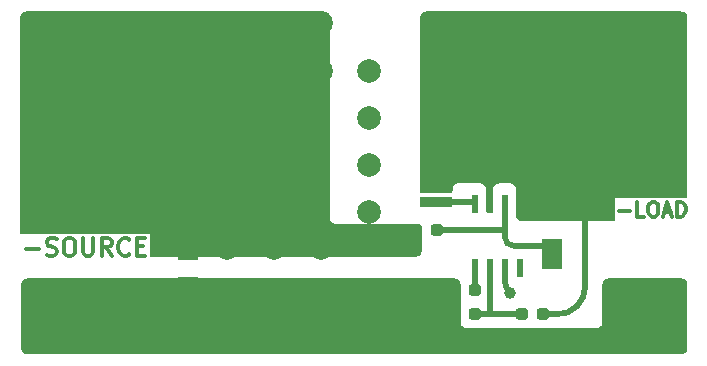
<source format=gtl>
%TF.GenerationSoftware,KiCad,Pcbnew,8.0.4*%
%TF.CreationDate,2024-08-05T19:41:16-07:00*%
%TF.ProjectId,20220727_Projects_Ideal_Diode_02,32303232-3037-4323-975f-50726f6a6563,rev?*%
%TF.SameCoordinates,PX9634260PY6ea0500*%
%TF.FileFunction,Copper,L1,Top*%
%TF.FilePolarity,Positive*%
%FSLAX46Y46*%
G04 Gerber Fmt 4.6, Leading zero omitted, Abs format (unit mm)*
G04 Created by KiCad (PCBNEW 8.0.4) date 2024-08-05 19:41:16*
%MOMM*%
%LPD*%
G01*
G04 APERTURE LIST*
G04 Aperture macros list*
%AMRoundRect*
0 Rectangle with rounded corners*
0 $1 Rounding radius*
0 $2 $3 $4 $5 $6 $7 $8 $9 X,Y pos of 4 corners*
0 Add a 4 corners polygon primitive as box body*
4,1,4,$2,$3,$4,$5,$6,$7,$8,$9,$2,$3,0*
0 Add four circle primitives for the rounded corners*
1,1,$1+$1,$2,$3*
1,1,$1+$1,$4,$5*
1,1,$1+$1,$6,$7*
1,1,$1+$1,$8,$9*
0 Add four rect primitives between the rounded corners*
20,1,$1+$1,$2,$3,$4,$5,0*
20,1,$1+$1,$4,$5,$6,$7,0*
20,1,$1+$1,$6,$7,$8,$9,0*
20,1,$1+$1,$8,$9,$2,$3,0*%
G04 Aperture macros list end*
%ADD10C,0.300000*%
%TA.AperFunction,NonConductor*%
%ADD11C,0.300000*%
%TD*%
%TA.AperFunction,ComponentPad*%
%ADD12C,6.000000*%
%TD*%
%TA.AperFunction,SMDPad,CuDef*%
%ADD13RoundRect,0.237500X-0.287500X-0.237500X0.287500X-0.237500X0.287500X0.237500X-0.287500X0.237500X0*%
%TD*%
%TA.AperFunction,ComponentPad*%
%ADD14C,3.000000*%
%TD*%
%TA.AperFunction,ComponentPad*%
%ADD15C,12.000000*%
%TD*%
%TA.AperFunction,SMDPad,CuDef*%
%ADD16RoundRect,0.237500X0.287500X0.237500X-0.287500X0.237500X-0.287500X-0.237500X0.287500X-0.237500X0*%
%TD*%
%TA.AperFunction,SMDPad,CuDef*%
%ADD17C,1.000000*%
%TD*%
%TA.AperFunction,SMDPad,CuDef*%
%ADD18R,2.794000X0.812800*%
%TD*%
%TA.AperFunction,SMDPad,CuDef*%
%ADD19R,8.102600X10.210800*%
%TD*%
%TA.AperFunction,SMDPad,CuDef*%
%ADD20R,0.600000X1.550000*%
%TD*%
%TA.AperFunction,SMDPad,CuDef*%
%ADD21R,1.800000X2.500000*%
%TD*%
%TA.AperFunction,ViaPad*%
%ADD22C,2.000000*%
%TD*%
%TA.AperFunction,Conductor*%
%ADD23C,0.550000*%
%TD*%
G04 APERTURE END LIST*
D10*
D11*
X464285Y8893100D02*
X1607143Y8893100D01*
X2250000Y8393100D02*
X2464286Y8321672D01*
X2464286Y8321672D02*
X2821428Y8321672D01*
X2821428Y8321672D02*
X2964286Y8393100D01*
X2964286Y8393100D02*
X3035714Y8464529D01*
X3035714Y8464529D02*
X3107143Y8607386D01*
X3107143Y8607386D02*
X3107143Y8750243D01*
X3107143Y8750243D02*
X3035714Y8893100D01*
X3035714Y8893100D02*
X2964286Y8964529D01*
X2964286Y8964529D02*
X2821428Y9035958D01*
X2821428Y9035958D02*
X2535714Y9107386D01*
X2535714Y9107386D02*
X2392857Y9178815D01*
X2392857Y9178815D02*
X2321428Y9250243D01*
X2321428Y9250243D02*
X2250000Y9393100D01*
X2250000Y9393100D02*
X2250000Y9535958D01*
X2250000Y9535958D02*
X2321428Y9678815D01*
X2321428Y9678815D02*
X2392857Y9750243D01*
X2392857Y9750243D02*
X2535714Y9821672D01*
X2535714Y9821672D02*
X2892857Y9821672D01*
X2892857Y9821672D02*
X3107143Y9750243D01*
X4035714Y9821672D02*
X4321428Y9821672D01*
X4321428Y9821672D02*
X4464285Y9750243D01*
X4464285Y9750243D02*
X4607142Y9607386D01*
X4607142Y9607386D02*
X4678571Y9321672D01*
X4678571Y9321672D02*
X4678571Y8821672D01*
X4678571Y8821672D02*
X4607142Y8535958D01*
X4607142Y8535958D02*
X4464285Y8393100D01*
X4464285Y8393100D02*
X4321428Y8321672D01*
X4321428Y8321672D02*
X4035714Y8321672D01*
X4035714Y8321672D02*
X3892857Y8393100D01*
X3892857Y8393100D02*
X3749999Y8535958D01*
X3749999Y8535958D02*
X3678571Y8821672D01*
X3678571Y8821672D02*
X3678571Y9321672D01*
X3678571Y9321672D02*
X3749999Y9607386D01*
X3749999Y9607386D02*
X3892857Y9750243D01*
X3892857Y9750243D02*
X4035714Y9821672D01*
X5321428Y9821672D02*
X5321428Y8607386D01*
X5321428Y8607386D02*
X5392857Y8464529D01*
X5392857Y8464529D02*
X5464286Y8393100D01*
X5464286Y8393100D02*
X5607143Y8321672D01*
X5607143Y8321672D02*
X5892857Y8321672D01*
X5892857Y8321672D02*
X6035714Y8393100D01*
X6035714Y8393100D02*
X6107143Y8464529D01*
X6107143Y8464529D02*
X6178571Y8607386D01*
X6178571Y8607386D02*
X6178571Y9821672D01*
X7750000Y8321672D02*
X7250000Y9035958D01*
X6892857Y8321672D02*
X6892857Y9821672D01*
X6892857Y9821672D02*
X7464286Y9821672D01*
X7464286Y9821672D02*
X7607143Y9750243D01*
X7607143Y9750243D02*
X7678572Y9678815D01*
X7678572Y9678815D02*
X7750000Y9535958D01*
X7750000Y9535958D02*
X7750000Y9321672D01*
X7750000Y9321672D02*
X7678572Y9178815D01*
X7678572Y9178815D02*
X7607143Y9107386D01*
X7607143Y9107386D02*
X7464286Y9035958D01*
X7464286Y9035958D02*
X6892857Y9035958D01*
X9250000Y8464529D02*
X9178572Y8393100D01*
X9178572Y8393100D02*
X8964286Y8321672D01*
X8964286Y8321672D02*
X8821429Y8321672D01*
X8821429Y8321672D02*
X8607143Y8393100D01*
X8607143Y8393100D02*
X8464286Y8535958D01*
X8464286Y8535958D02*
X8392857Y8678815D01*
X8392857Y8678815D02*
X8321429Y8964529D01*
X8321429Y8964529D02*
X8321429Y9178815D01*
X8321429Y9178815D02*
X8392857Y9464529D01*
X8392857Y9464529D02*
X8464286Y9607386D01*
X8464286Y9607386D02*
X8607143Y9750243D01*
X8607143Y9750243D02*
X8821429Y9821672D01*
X8821429Y9821672D02*
X8964286Y9821672D01*
X8964286Y9821672D02*
X9178572Y9750243D01*
X9178572Y9750243D02*
X9250000Y9678815D01*
X9892857Y9107386D02*
X10392857Y9107386D01*
X10607143Y8321672D02*
X9892857Y8321672D01*
X9892857Y8321672D02*
X9892857Y9821672D01*
X9892857Y9821672D02*
X10607143Y9821672D01*
D10*
D11*
X50702381Y12113517D02*
X51654762Y12113517D01*
X52845238Y11637327D02*
X52250000Y11637327D01*
X52250000Y11637327D02*
X52250000Y12887327D01*
X53500000Y12887327D02*
X53738095Y12887327D01*
X53738095Y12887327D02*
X53857143Y12827803D01*
X53857143Y12827803D02*
X53976190Y12708755D01*
X53976190Y12708755D02*
X54035714Y12470660D01*
X54035714Y12470660D02*
X54035714Y12053993D01*
X54035714Y12053993D02*
X53976190Y11815898D01*
X53976190Y11815898D02*
X53857143Y11696850D01*
X53857143Y11696850D02*
X53738095Y11637327D01*
X53738095Y11637327D02*
X53500000Y11637327D01*
X53500000Y11637327D02*
X53380952Y11696850D01*
X53380952Y11696850D02*
X53261905Y11815898D01*
X53261905Y11815898D02*
X53202381Y12053993D01*
X53202381Y12053993D02*
X53202381Y12470660D01*
X53202381Y12470660D02*
X53261905Y12708755D01*
X53261905Y12708755D02*
X53380952Y12827803D01*
X53380952Y12827803D02*
X53500000Y12887327D01*
X54511905Y11994470D02*
X55107143Y11994470D01*
X54392857Y11637327D02*
X54809524Y12887327D01*
X54809524Y12887327D02*
X55226190Y11637327D01*
X55642858Y11637327D02*
X55642858Y12887327D01*
X55642858Y12887327D02*
X55940477Y12887327D01*
X55940477Y12887327D02*
X56119048Y12827803D01*
X56119048Y12827803D02*
X56238096Y12708755D01*
X56238096Y12708755D02*
X56297619Y12589708D01*
X56297619Y12589708D02*
X56357143Y12351612D01*
X56357143Y12351612D02*
X56357143Y12173041D01*
X56357143Y12173041D02*
X56297619Y11934946D01*
X56297619Y11934946D02*
X56238096Y11815898D01*
X56238096Y11815898D02*
X56119048Y11696850D01*
X56119048Y11696850D02*
X55940477Y11637327D01*
X55940477Y11637327D02*
X55642858Y11637327D01*
D12*
%TO.P,P103,1,1*%
%TO.N,/+VIN*%
X53000000Y3500000D03*
%TD*%
D13*
%TO.P,R103,1*%
%TO.N,/+VIN*%
X36775000Y3350000D03*
%TO.P,R103,2*%
%TO.N,Net-(U101-VCC)*%
X38525000Y3350000D03*
%TD*%
D14*
%TO.P,P104,1,1*%
%TO.N,GND*%
X45600000Y22500000D03*
X46800000Y25500000D03*
X46800000Y19500000D03*
X50000000Y26900000D03*
D15*
X50000000Y22500000D03*
D14*
X50000000Y18100000D03*
X53000000Y25700000D03*
X53200000Y19500000D03*
X54400000Y22500000D03*
%TD*%
D16*
%TO.P,R101,1*%
%TO.N,/INN*%
X35275000Y10500000D03*
%TO.P,R101,2*%
%TO.N,/-SOURCE*%
X33525000Y10500000D03*
%TD*%
D17*
%TO.P,TP101,1,1*%
%TO.N,Net-(U101-OFF)*%
X41500000Y5150000D03*
%TD*%
D13*
%TO.P,R102,1*%
%TO.N,/+VIN*%
X36750000Y5450000D03*
%TO.P,R102,2*%
%TO.N,Net-(U101-LINE)*%
X38500000Y5450000D03*
%TD*%
%TO.P,C101,1*%
%TO.N,Net-(U101-VCC)*%
X42525000Y3350000D03*
%TO.P,C101,2*%
%TO.N,GND*%
X44275000Y3350000D03*
%TD*%
D12*
%TO.P,P101,1,1*%
%TO.N,/+VIN*%
X3500000Y3500000D03*
%TD*%
D18*
%TO.P,Q101,1,G*%
%TO.N,Net-(Q101-G)*%
X35240000Y12850001D03*
%TO.P,Q101,2,S*%
%TO.N,GND*%
X35240000Y14050001D03*
%TO.P,Q101,3,S*%
X35240000Y15250001D03*
%TO.P,Q101,4,S*%
X35240000Y16450001D03*
%TO.P,Q101,5,S*%
X35240000Y17650001D03*
%TO.P,Q101,6,S*%
X35240000Y18849999D03*
%TO.P,Q101,7,S*%
X35240000Y20049999D03*
%TO.P,Q101,8,S*%
X35240000Y21249999D03*
D19*
%TO.P,Q101,9,D*%
%TO.N,/-SOURCE*%
X22200000Y17050000D03*
%TD*%
D14*
%TO.P,P102,1,1*%
%TO.N,/-SOURCE*%
X2100000Y22500000D03*
X3300000Y25500000D03*
X3300000Y19500000D03*
X6500000Y26900000D03*
D15*
X6500000Y22500000D03*
D14*
X6500000Y18100000D03*
X9500000Y25700000D03*
X9700000Y19500000D03*
X10900000Y22500000D03*
%TD*%
D20*
%TO.P,U101,1,LINE*%
%TO.N,Net-(U101-LINE)*%
X38495000Y7300000D03*
%TO.P,U101,2,VCC*%
%TO.N,Net-(U101-VCC)*%
X39765000Y7300000D03*
%TO.P,U101,3,OFF*%
%TO.N,Net-(U101-OFF)*%
X41035000Y7300000D03*
%TO.P,U101,4,nFGD*%
%TO.N,unconnected-(U101-nFGD-Pad4)*%
X42305000Y7300000D03*
%TO.P,U101,5,INP/VSS*%
%TO.N,GND*%
X42305000Y12700000D03*
%TO.P,U101,6,INN*%
%TO.N,/INN*%
X41035000Y12700000D03*
%TO.P,U101,7,INP/VSS*%
%TO.N,GND*%
X39765000Y12700000D03*
%TO.P,U101,8,GATE*%
%TO.N,Net-(Q101-G)*%
X38495000Y12700000D03*
%TD*%
D21*
%TO.P,D102,1,K*%
%TO.N,/+VIN*%
X14250000Y5250000D03*
%TO.P,D102,2,A*%
%TO.N,/-SOURCE*%
X14250000Y9250000D03*
%TD*%
%TO.P,D101,1,K*%
%TO.N,/INN*%
X45000000Y8500000D03*
%TO.P,D101,2,A*%
%TO.N,GND*%
X45000000Y12500000D03*
%TD*%
D22*
%TO.N,GND*%
X44500000Y16000000D03*
X54500000Y16000000D03*
X44500000Y28000000D03*
%TO.N,/-SOURCE*%
X13500000Y24000000D03*
X13500000Y12000000D03*
X1500000Y12000000D03*
X13500000Y20000000D03*
X13500000Y16000000D03*
X21500000Y28000000D03*
X21500000Y24000000D03*
X13500000Y28000000D03*
X1500000Y16000000D03*
X17500000Y20000000D03*
X5500000Y12000000D03*
X17500000Y16000000D03*
X29500000Y16000000D03*
X29500000Y20000000D03*
X17500000Y28000000D03*
X9500000Y12000000D03*
X25500000Y9000000D03*
X17500000Y24000000D03*
X29500000Y12000000D03*
X17500000Y9000000D03*
X21500000Y9000000D03*
X25500000Y28000000D03*
X17500000Y12000000D03*
X29500000Y24000000D03*
X25500000Y24000000D03*
%TD*%
D23*
%TO.N,Net-(U101-VCC)*%
X39765000Y7300000D02*
X39765000Y3434497D01*
X38525000Y3350000D02*
X42525000Y3350000D01*
X39765000Y3434497D02*
G75*
G03*
X39800001Y3350001I119500J3D01*
G01*
%TO.N,GND*%
X47850000Y5750000D02*
X47850000Y15950000D01*
X44275000Y3350000D02*
X45450000Y3350000D01*
X47850000Y15950000D02*
G75*
G02*
X50000000Y18100000I2150000J0D01*
G01*
X45450000Y3350000D02*
G75*
G03*
X47850000Y5750000I0J2400000D01*
G01*
%TO.N,/INN*%
X35275000Y10500000D02*
X41000000Y10500000D01*
X41035000Y10465000D02*
X41035000Y9915000D01*
X41035000Y12700000D02*
X41035000Y10465000D01*
X41800000Y9150000D02*
X44350000Y9150000D01*
X41000000Y10500000D02*
G75*
G02*
X41035000Y10465000I0J-35000D01*
G01*
X41035000Y9915000D02*
G75*
G03*
X41800000Y9150000I765000J0D01*
G01*
X44350000Y9150000D02*
G75*
G02*
X45000000Y8500000I0J-650000D01*
G01*
%TO.N,/+VIN*%
X36750000Y5450000D02*
X36750000Y3410355D01*
X36750000Y3410355D02*
G75*
G03*
X36775013Y3350013I85400J45D01*
G01*
%TO.N,Net-(Q101-G)*%
X35240000Y12850001D02*
X38344999Y12850001D01*
X38344999Y12850001D02*
G75*
G02*
X38495001Y12700000I1J-150001D01*
G01*
%TO.N,Net-(U101-LINE)*%
X38495000Y7300000D02*
X38495000Y5462071D01*
X38495000Y5462071D02*
G75*
G03*
X38500008Y5450008I17100J29D01*
G01*
%TO.N,Net-(U101-OFF)*%
X41035000Y7300000D02*
X41035000Y6272609D01*
X41035000Y6272609D02*
G75*
G03*
X41499997Y5149997I1587600J-9D01*
G01*
%TD*%
%TA.AperFunction,Conductor*%
%TO.N,/+VIN*%
G36*
X36808187Y6398922D02*
G01*
X36836201Y6395235D01*
X36912964Y6385129D01*
X36944731Y6376617D01*
X37034675Y6339361D01*
X37063160Y6322915D01*
X37140393Y6263651D01*
X37163650Y6240394D01*
X37222914Y6163161D01*
X37239361Y6134674D01*
X37276615Y6044735D01*
X37285128Y6012964D01*
X37298922Y5908190D01*
X37300000Y5891743D01*
X37300000Y2699998D01*
X37317036Y2570592D01*
X37366988Y2449998D01*
X37399618Y2407475D01*
X37446447Y2346447D01*
X37550000Y2266987D01*
X37670590Y2217037D01*
X37800000Y2200000D01*
X48799993Y2200000D01*
X48800000Y2200000D01*
X48929410Y2217037D01*
X49050000Y2266987D01*
X49153553Y2346447D01*
X49233013Y2450000D01*
X49282963Y2570590D01*
X49300000Y2700000D01*
X49300000Y5891743D01*
X49301078Y5908188D01*
X49301917Y5914568D01*
X49314872Y6012967D01*
X49323382Y6044730D01*
X49360640Y6134679D01*
X49377082Y6163157D01*
X49436351Y6240397D01*
X49459603Y6263649D01*
X49536843Y6322918D01*
X49565321Y6339360D01*
X49655270Y6376618D01*
X49687033Y6385128D01*
X49768592Y6395866D01*
X49791813Y6398922D01*
X49808258Y6400000D01*
X55991742Y6400000D01*
X56008187Y6398922D01*
X56036201Y6395235D01*
X56112964Y6385129D01*
X56144731Y6376617D01*
X56234675Y6339361D01*
X56263160Y6322915D01*
X56340393Y6263651D01*
X56363650Y6240394D01*
X56422914Y6163161D01*
X56439361Y6134674D01*
X56476615Y6044735D01*
X56485128Y6012964D01*
X56498922Y5908190D01*
X56500000Y5891743D01*
X56500000Y508258D01*
X56498922Y491811D01*
X56485128Y387037D01*
X56476615Y355266D01*
X56439361Y265327D01*
X56422914Y236840D01*
X56363650Y159607D01*
X56340393Y136350D01*
X56263160Y77086D01*
X56234673Y60639D01*
X56144734Y23385D01*
X56112963Y14872D01*
X56035024Y4612D01*
X56008187Y1078D01*
X55991742Y0D01*
X608258Y0D01*
X591812Y1078D01*
X487037Y14872D01*
X455265Y23385D01*
X365326Y60639D01*
X336839Y77086D01*
X259606Y136350D01*
X236349Y159607D01*
X177085Y236840D01*
X160638Y265327D01*
X123384Y355266D01*
X114871Y387039D01*
X101078Y491813D01*
X100000Y508258D01*
X100000Y5891743D01*
X101078Y5908188D01*
X101917Y5914568D01*
X114872Y6012967D01*
X123382Y6044730D01*
X160640Y6134679D01*
X177082Y6163157D01*
X236351Y6240397D01*
X259603Y6263649D01*
X336843Y6322918D01*
X365321Y6339360D01*
X455270Y6376618D01*
X487033Y6385128D01*
X568592Y6395866D01*
X591813Y6398922D01*
X608258Y6400000D01*
X36791742Y6400000D01*
X36808187Y6398922D01*
G37*
%TD.AperFunction*%
%TD*%
%TA.AperFunction,Conductor*%
%TO.N,GND*%
G36*
X56008187Y28998922D02*
G01*
X56036201Y28995235D01*
X56112964Y28985129D01*
X56144731Y28976617D01*
X56234675Y28939361D01*
X56263160Y28922915D01*
X56340393Y28863651D01*
X56363650Y28840394D01*
X56422914Y28763161D01*
X56439361Y28734674D01*
X56476615Y28644735D01*
X56485128Y28612964D01*
X56498922Y28508190D01*
X56500000Y28491743D01*
X56500000Y13370552D01*
X56479998Y13302431D01*
X56426342Y13255938D01*
X56374000Y13244552D01*
X50346881Y13244552D01*
X50346881Y11376000D01*
X50326879Y11307879D01*
X50273223Y11261386D01*
X50220881Y11250000D01*
X42508258Y11250000D01*
X42491812Y11251078D01*
X42387037Y11264872D01*
X42355265Y11273385D01*
X42265326Y11310639D01*
X42236839Y11327086D01*
X42159606Y11386350D01*
X42136349Y11409607D01*
X42077085Y11486840D01*
X42060638Y11515327D01*
X42023384Y11605266D01*
X42014871Y11637039D01*
X42001078Y11741813D01*
X42000000Y11758258D01*
X42000000Y13949993D01*
X42000000Y13950000D01*
X41982963Y14079410D01*
X41933013Y14200000D01*
X41853553Y14303553D01*
X41762257Y14373608D01*
X41750002Y14383012D01*
X41629408Y14432964D01*
X41500002Y14450000D01*
X41500000Y14450000D01*
X40550000Y14450000D01*
X40549997Y14450000D01*
X40420591Y14432964D01*
X40299997Y14383012D01*
X40196447Y14303553D01*
X40116988Y14200003D01*
X40067036Y14079409D01*
X40050000Y13950003D01*
X40050000Y12212410D01*
X40047579Y12187828D01*
X40032053Y12109776D01*
X40013240Y12064357D01*
X39976057Y12008708D01*
X39941292Y11973943D01*
X39885643Y11936760D01*
X39840223Y11917947D01*
X39774581Y11904890D01*
X39725419Y11904890D01*
X39659776Y11917947D01*
X39614356Y11936760D01*
X39558704Y11973946D01*
X39523945Y12008705D01*
X39486758Y12064360D01*
X39467946Y12109776D01*
X39452421Y12187829D01*
X39450000Y12212410D01*
X39450000Y13949993D01*
X39450000Y13950000D01*
X39432963Y14079410D01*
X39383013Y14200000D01*
X39303553Y14303553D01*
X39212257Y14373608D01*
X39200002Y14383012D01*
X39079408Y14432964D01*
X38950002Y14450000D01*
X38950000Y14450000D01*
X37050000Y14450000D01*
X37016201Y14444647D01*
X36926394Y14430424D01*
X36814885Y14373608D01*
X36726392Y14285115D01*
X36669576Y14173606D01*
X36650000Y14050000D01*
X36650000Y14049998D01*
X36633544Y13946103D01*
X36621362Y13908612D01*
X36582665Y13832665D01*
X36559493Y13800773D01*
X36499227Y13740507D01*
X36467335Y13717335D01*
X36391388Y13678638D01*
X36353897Y13666456D01*
X36290988Y13656492D01*
X36259790Y13651551D01*
X36240083Y13650000D01*
X34358258Y13650000D01*
X34341812Y13651078D01*
X34237037Y13664872D01*
X34205265Y13673385D01*
X34115326Y13710639D01*
X34086839Y13727086D01*
X34009606Y13786350D01*
X33986349Y13809607D01*
X33927085Y13886840D01*
X33910638Y13915327D01*
X33873383Y14005269D01*
X33864871Y14037039D01*
X33851078Y14141813D01*
X33850000Y14158258D01*
X33850000Y28491743D01*
X33851078Y28508188D01*
X33851917Y28514568D01*
X33864872Y28612967D01*
X33873382Y28644730D01*
X33910640Y28734679D01*
X33927082Y28763157D01*
X33986351Y28840397D01*
X34009603Y28863649D01*
X34086843Y28922918D01*
X34115321Y28939360D01*
X34205270Y28976618D01*
X34237033Y28985128D01*
X34318592Y28995866D01*
X34341813Y28998922D01*
X34358258Y29000000D01*
X55991742Y29000000D01*
X56008187Y28998922D01*
G37*
%TD.AperFunction*%
%TD*%
%TA.AperFunction,Conductor*%
%TO.N,/-SOURCE*%
G36*
X25758187Y28998922D02*
G01*
X25786201Y28995235D01*
X25862964Y28985129D01*
X25894731Y28976617D01*
X25984675Y28939361D01*
X26013160Y28922915D01*
X26090393Y28863651D01*
X26113650Y28840394D01*
X26172914Y28763161D01*
X26189361Y28734674D01*
X26226615Y28644735D01*
X26235128Y28612964D01*
X26248922Y28508190D01*
X26250000Y28491743D01*
X26250000Y11499998D01*
X26267036Y11370592D01*
X26316988Y11249998D01*
X26349618Y11207475D01*
X26396447Y11146447D01*
X26500000Y11066987D01*
X26620590Y11017037D01*
X26750000Y11000000D01*
X33491742Y11000000D01*
X33508187Y10998922D01*
X33536201Y10995235D01*
X33612964Y10985129D01*
X33644731Y10976617D01*
X33734675Y10939361D01*
X33763160Y10922915D01*
X33840393Y10863651D01*
X33863650Y10840394D01*
X33922914Y10763161D01*
X33939361Y10734674D01*
X33976615Y10644735D01*
X33985128Y10612964D01*
X33998922Y10508190D01*
X34000000Y10491743D01*
X34000000Y8758258D01*
X33998922Y8741811D01*
X33985128Y8637037D01*
X33976615Y8605266D01*
X33939361Y8515327D01*
X33922914Y8486840D01*
X33863650Y8409607D01*
X33840393Y8386350D01*
X33763160Y8327086D01*
X33734673Y8310639D01*
X33644734Y8273385D01*
X33612963Y8264872D01*
X33535024Y8254612D01*
X33508187Y8251078D01*
X33491742Y8250000D01*
X11088643Y8250000D01*
X11020522Y8270002D01*
X10974029Y8323658D01*
X10962643Y8376000D01*
X10962643Y10178897D01*
X126000Y10178897D01*
X57879Y10198899D01*
X11386Y10252555D01*
X0Y10304897D01*
X0Y28491743D01*
X1078Y28508188D01*
X1917Y28514568D01*
X14872Y28612967D01*
X23382Y28644730D01*
X60640Y28734679D01*
X77082Y28763157D01*
X136351Y28840397D01*
X159603Y28863649D01*
X236843Y28922918D01*
X265321Y28939360D01*
X355270Y28976618D01*
X387033Y28985128D01*
X468592Y28995866D01*
X491813Y28998922D01*
X508258Y29000000D01*
X25741742Y29000000D01*
X25758187Y28998922D01*
G37*
%TD.AperFunction*%
%TD*%
M02*

</source>
